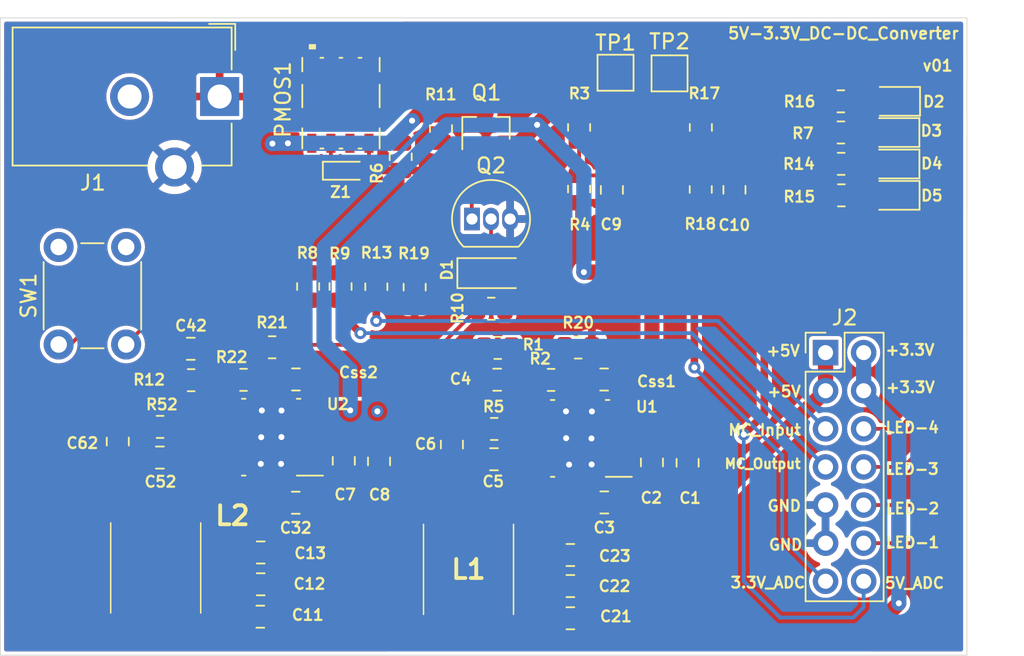
<source format=kicad_pcb>
(kicad_pcb (version 20210824) (generator pcbnew)
  (title_block (title "5V DC-DC Converter") (date "2021-08-08") (rev "v01") (comment 4 "Author : Harshit Sagar"))
  (layers (0 "F.Cu" signal) (31 "B.Cu" signal) (34 "B.Paste" user) (35 "F.Paste" user) (36 "B.SilkS" user "B.Silkscreen") (37 "F.SilkS" user "F.Silkscreen") (38 "B.Mask" user) (39 "F.Mask" user) (44 "Edge.Cuts" user))
  (net 0 "")
  (net 1 "GND")
  (net 2 "Net-(C3-Pad2)")
  (net 3 "Net-(C3-Pad1)")
  (net 4 "Net-(C4-Pad2)")
  (net 5 "Net-(C5-Pad1)")
  (net 6 "Net-(C6-Pad1)")
  (net 7 "Net-(Css1-Pad1)")
  (net 8 "Net-(Css2-Pad1)")
  (net 9 "Net-(D1-Pad1)")
  (net 10 "Net-(D1-Pad2)")
  (net 11 "Net-(J1-Pad1)")
  (net 12 "Net-(Q1-Pad2)")
  (net 13 "/Hold_Switch/SwPin2")
  (net 14 "Net-(D2-Pad2)")
  (net 15 "Net-(D3-Pad2)")
  (net 16 "Net-(D4-Pad2)")
  (net 17 "/MC_Output")
  (net 18 "/MC_Input")
  (net 19 "Net-(C32-Pad2)")
  (net 20 "Net-(C32-Pad1)")
  (net 21 "Net-(C42-Pad2)")
  (net 22 "Net-(C52-Pad1)")
  (net 23 "Net-(C62-Pad1)")
  (net 24 "+5V")
  (net 25 "+3.3V")
  (net 26 "Net-(D5-Pad2)")
  (net 27 "Net-(J2-Pad12)")
  (net 28 "Net-(J2-Pad10)")
  (net 29 "Net-(J2-Pad8)")
  (net 30 "Net-(J2-Pad6)")
  (net 31 "MC_M")
  (net 32 "3.3V_ADC")
  (net 33 "5V_ADC")
  (net 34 "/Hold_Switch/Input")
  (net 35 "Net-(R2-Pad2)")
  (net 36 "Net-(R21-Pad1)")
  (net 37 "Net-(R6-Pad1)")
  (footprint "Capacitor_SMD:C_0805_2012Metric" (layer "F.Cu") (at 136.2715 107.467 -90)
    (fp_text reference "C7")
    (fp_text value "10uF")
  )
  (footprint "Capacitor_SMD:C_0805_2012Metric" (layer "F.Cu") (at 138.6205 107.505 -90)
    (fp_text reference "C8")
    (fp_text value "10uF")
  )
  (footprint "Capacitor_SMD:C_0805_2012Metric" (layer "F.Cu") (at 124.0155 107.251)
    (fp_text reference "C52")
    (fp_text value "2.7nF")
  )
  (footprint "Capacitor_SMD:C_0805_2012Metric" (layer "F.Cu") (at 133.0705 110.261 180)
    (fp_text reference "C32")
    (fp_text value "100nF")
  )
  (footprint "Capacitor_SMD:C_0805_2012Metric" (layer "F.Cu") (at 121.2085 106.185 -90)
    (fp_text reference "C62")
    (fp_text value "56pF")
  )
  (footprint "Capacitor_SMD:C_0805_2012Metric" (layer "F.Cu") (at 126.0725 100)
    (fp_text reference "C42")
    (fp_text value "75pF")
  )
  (footprint "Capacitor_SMD:C_0805_2012Metric" (layer "F.Cu") (at 130.7085 117.856)
    (fp_text reference "C11")
    (fp_text value "22uF")
  )
  (footprint "Capacitor_SMD:C_0805_2012Metric" (layer "F.Cu") (at 130.7335 115.697)
    (fp_text reference "C12")
    (fp_text value "22uF")
  )
  (footprint "Capacitor_SMD:C_0805_2012Metric" (layer "F.Cu") (at 130.7335 113.576)
    (fp_text reference "C13")
    (fp_text value "22uF")
  )
  (footprint "Capacitor_SMD:C_0805_2012Metric" (layer "F.Cu") (at 133.0835 102.045 180)
    (fp_text reference "Css2")
    (fp_text value "100nF")
  )
  (footprint "Connector_BarrelJack:BarrelJack_CUI_PJ-102AH_Horizontal" (layer "F.Cu") (at 127.996 83.1875 -90)
    (fp_text reference "J1")
    (fp_text value "PJ-102AH")
  )
  (footprint "Resistor_SMD:R_0805_2012Metric" (layer "F.Cu") (at 124.0285 105.207 180)
    (fp_text reference "R52")
    (fp_text value "10.5k")
  )
  (footprint "Resistor_SMD:R_0805_2012Metric" (layer "F.Cu") (at 140.06576 87.20582 -90)
    (fp_text reference "R6")
    (fp_text value "1k")
  )
  (footprint "Resistor_SMD:R_0805_2012Metric" (layer "F.Cu") (at 129.5905 102.07)
    (fp_text reference "R22")
    (fp_text value "15k")
  )
  (footprint "Package_SO:SOIC-8-1EP_3.9x4.9mm_P1.27mm_EP2.95x4.9mm_Mask2.71x3.4mm" (layer "F.Cu") (at 131.4325 105.893 180)
    (fp_text reference "U2")
    (fp_text value "AP64501")
  )
  (footprint "Connector_PinHeader_2.54mm:PinHeader_2x07_P2.54mm_Vertical" (layer "F.Cu") (at 168.38156 100.25632)
    (fp_text reference "J2")
    (fp_text value "Conn_02x06_Counter_Clockwise")
  )
  (footprint "Resistor_SMD:R_0805_2012Metric" (layer "F.Cu") (at 160.06318 89.37942 -90)
    (fp_text reference "R18")
    (fp_text value "5k")
  )
  (footprint "5V_DC-DC_Converter:DMP3M4SPS-13_1" (layer "F.Cu") (at 136.04494 83.63458 90)
    (fp_text reference "PMOS1")
    (fp_text value "DMP34M4SPS-13")
  )
  (footprint "Capacitor_SMD:C_0805_2012Metric" (layer "F.Cu") (at 154.1399 89.41308 -90)
    (fp_text reference "C9")
    (fp_text value "0.1uF")
  )
  (footprint "Resistor_SMD:R_0805_2012Metric" (layer "F.Cu") (at 160.0708 85.24748 -90)
    (fp_text reference "R17")
    (fp_text value "10k")
  )
  (footprint "Resistor_SMD:R_0805_2012Metric" (layer "F.Cu") (at 151.9555 85.24748 -90)
    (fp_text reference "R3")
    (fp_text value "10k")
  )
  (footprint "Resistor_SMD:R_0805_2012Metric" (layer "F.Cu") (at 151.95296 89.35466 -90)
    (fp_text reference "R4")
    (fp_text value "3k")
  )
  (footprint "Resistor_SMD:R_0805_2012Metric" (layer "F.Cu") (at 146.10016 97.33026 180)
    (fp_text reference "R10")
    (fp_text value "10k")
  )
  (footprint "Resistor_SMD:R_0805_2012Metric" (layer "F.Cu") (at 142.75054 85.32114 90)
    (fp_text reference "R11")
    (fp_text value "100k")
  )
  (footprint "Resistor_SMD:R_0805_2012Metric" (layer "F.Cu") (at 133.89614 95.85196 90)
    (fp_text reference "R8")
    (fp_text value "150k")
  )
  (footprint "Resistor_SMD:R_0805_2012Metric" (layer "F.Cu") (at 136.05514 95.85196 -90)
    (fp_text reference "R9")
    (fp_text value "50k")
  )
  (footprint "Diode_SMD:D_SOD-123" (layer "F.Cu") (at 146.09064 94.9579)
    (fp_text reference "D1")
    (fp_text value "1N5819")
  )
  (footprint "Resistor_SMD:R_0805_2012Metric" (layer "F.Cu") (at 140.9954 95.89198 90)
    (fp_text reference "R19")
    (fp_text value "100k")
  )
  (footprint "Resistor_SMD:R_0805_2012Metric" (layer "F.Cu") (at 138.44016 95.86658 90)
    (fp_text reference "R13")
    (fp_text value "2k")
  )
  (footprint "Package_TO_SOT_THT:TO-92_Inline" (layer "F.Cu") (at 144.81556 91.3511)
    (fp_text reference "Q2")
    (fp_text value "BC547")
  )
  (footprint "5V_DC-DC_Converter:SW_PUSH_6mm" (layer "F.Cu") (at 117.26672 99.71532 90)
    (fp_text reference "SW1")
    (fp_text value "FSM4JAH")
  )
  (footprint "Capacitor_SMD:C_0805_2012Metric" (layer "F.Cu") (at 162.30854 89.40542 -90)
    (fp_text reference "C10")
    (fp_text value "0.1uF")
  )
  (footprint "LED_SMD:LED_0805_2012Metric" (layer "F.Cu") (at 172.94846 85.58526 180)
    (fp_text reference "D3")
    (fp_text value "LED")
  )
  (footprint "LED_SMD:LED_0805_2012Metric" (layer "F.Cu") (at 172.96194 89.77376 180)
    (fp_text reference "D5")
    (fp_text value "LED")
  )
  (footprint "LED_SMD:LED_0805_2012Metric" (layer "F.Cu") (at 172.99378 83.50738 180)
    (fp_text reference "D2")
    (fp_text value "LED")
  )
  (footprint "Resistor_SMD:R_0805_2012Metric" (layer "F.Cu") (at 169.43494 89.77376 180)
    (fp_text reference "R15")
    (fp_text value "100")
  )
  (footprint "Resistor_SMD:R_0805_2012Metric" (layer "F.Cu") (at 169.39978 83.50738 180)
    (fp_text reference "R16")
    (fp_text value "100")
  )
  (footprint "Resistor_SMD:R_0805_2012Metric" (layer "F.Cu") (at 169.40446 85.58276 180)
    (fp_text reference "R7")
    (fp_text value "100")
  )
  (footprint "LED_SMD:LED_0805_2012Metric" (layer "F.Cu") (at 172.9514 87.68588 180)
    (fp_text reference "D4")
    (fp_text value "LED")
  )
  (footprint "Resistor_SMD:R_0805_2012Metric" (layer "F.Cu") (at 169.4194 87.67318 180)
    (fp_text reference "R14")
    (fp_text value "100")
  )
  (footprint "Capacitor_SMD:C_0805_2012Metric" (layer "F.Cu") (at 159.18688 107.59948 -90)
    (fp_text reference "C1")
    (fp_text value "10uF")
  )
  (footprint "Resistor_SMD:R_0805_2012Metric" (layer "F.Cu") (at 131.4958 99.90074)
    (fp_text reference "R21")
    (fp_text value "0")
  )
  (footprint "TestPoint:TestPoint_Pad_2.0x2.0mm" (layer "F.Cu") (at 154.38374 81.60258)
    (fp_text reference "TP1")
    (fp_text value "TestPoint")
  )
  (footprint "TestPoint:TestPoint_Pad_2.0x2.0mm" (layer "F.Cu") (at 157.98292 81.64322)
    (fp_text reference "TP2")
    (fp_text value "TestPoint")
  )
  (footprint "5V_DC-DC_Converter:D_SOD-523" (layer "F.Cu") (at 136.1059 88.13292)
    (fp_text reference "Z1")
    (fp_text value "10.21V")
  )
  (footprint "5V_DC-DC_Converter:SOT-23" (layer "F.Cu") (at 145.75028 85.30844 90)
    (fp_text reference "Q1")
    (fp_text value "DMG2307L-7")
  )
  (footprint "5V_DC-DC_Converter:SRN6045TA330M" (layer "F.Cu") (at 123.7361 114.60498 180)
    (fp_text reference "L2")
    (fp_text value "3.3uH" hide)
  )
  (footprint "Resistor_SMD:R_0805_2012Metric" (layer "F.Cu") (at 126.0985 102.095)
    (fp_text reference "R12")
    (fp_text value "47k")
  )
  (footprint "Package_SO:SOIC-8-1EP_3.9x4.9mm_P1.27mm_EP2.95x4.9mm_Mask2.71x3.4mm" (layer "F.Cu") (at 152.02194 105.97424 180)
    (fp_text reference "U1")
    (fp_text value "AP64501")
  )
  (footprint "Resistor_SMD:R_0805_2012Metric" (layer "F.Cu") (at 146.29648 105.34392 180)
    (fp_text reference "R5")
    (fp_text value "15.8k")
  )
  (footprint "Resistor_SMD:R_0805_2012Metric" (layer "F.Cu") (at 146.53494 99.94124)
    (fp_text reference "R1")
    (fp_text value "110k")
  )
  (footprint "Capacitor_SMD:C_0805_2012Metric" (layer "F.Cu") (at 153.62194 102.04924 180)
    (fp_text reference "Css1")
    (fp_text value "100nF")
  )
  (footprint "Capacitor_SMD:C_0805_2012Metric" (layer "F.Cu") (at 143.47748 106.38492 -90)
    (fp_text reference "C6")
    (fp_text value "33pF")
  )
  (footprint "Capacitor_SMD:C_0805_2012Metric" (layer "F.Cu") (at 151.37394 113.74624)
    (fp_text reference "C23")
    (fp_text value "22uF")
  )
  (footprint "Capacitor_SMD:C_0805_2012Metric" (layer "F.Cu") (at 151.37394 115.81624)
    (fp_text reference "C22")
    (fp_text value "22uF")
  )
  (footprint "Resistor_SMD:R_0805_2012Metric" (layer "F.Cu") (at 150.09094 102.07524)
    (fp_text reference "R2")
    (fp_text value "20k")
  )
  (footprint "Capacitor_SMD:C_0805_2012Metric" (layer "F.Cu") (at 151.37394 117.96224)
    (fp_text reference "C21")
    (fp_text value "22uF")
  )
  (footprint "Capacitor_SMD:C_0805_2012Metric" (layer "F.Cu") (at 146.28348 107.36292)
    (fp_text reference "C5")
    (fp_text value "2.7nF")
  )
  (footprint "Capacitor_SMD:C_0805_2012Metric" (layer "F.Cu") (at 153.63494 110.24124 180)
    (fp_text reference "C3")
    (fp_text value "100nF")
  )
  (footprint "Resistor_SMD:R_0805_2012Metric" (layer "F.Cu") (at 151.89518 99.91598)
    (fp_text reference "R20")
    (fp_text value "0")
  )
  (footprint "Capacitor_SMD:C_0805_2012Metric" (layer "F.Cu") (at 146.49694 102.06224)
    (fp_text reference "C4")
    (fp_text value "47pF")
  )
  (footprint "Capacitor_SMD:C_0805_2012Metric" (layer "F.Cu") (at 156.80894 107.57424 -90)
    (fp_text reference "C2")
    (fp_text value "10uF")
  )
  (footprint "5V_DC-DC_Converter:SRN6045TA330M" (layer "F.Cu") (at 144.58442 114.70404 180)
    (fp_text reference "L1")
    (fp_text value "3.3uH" hide)
  )
  (gr_line (start 177.8 120.42394) (end 113.38306 120.42394) (angle 90) (layer "Edge.Cuts") (width 0.05))
  (gr_line (start 113.38306 120.42394) (end 113.3856 77.94752) (angle 90) (layer "Edge.Cuts") (width 0.05))
  (gr_line (start 177.80254 77.94752) (end 177.8 120.42394) (angle 90) (layer "Edge.Cuts") (width 0.05))
  (gr_line (start 113.3856 77.94752) (end 177.8 77.94752) (angle 90) (layer "Edge.Cuts") (width 0.05))
  (gr_text "+3.3V" (at 174.03318 102.56774) (layer "F.SilkS") (effects (font (size 0.7206 0.7206))))
  (gr_text "LED-4" (at 174.1551 105.25506) (layer "F.SilkS") (effects (font (size 0.7206 0.7206))))
  (gr_text "LED-3" (at 174.14494 108.01604) (layer "F.SilkS") (effects (font (size 0.7206 0.7206))))
  (gr_text "LED-2" (at 174.17796 110.65002) (layer "F.SilkS") (effects (font (size 0.7206 0.7206))))
  (gr_text "LED-1" (at 174.17796 112.90808) (layer "F.SilkS") (effects (font (size 0.7206 0.7206))))
  (gr_text "5V_ADC" (at 174.31004 115.61572) (layer "F.SilkS") (effects (font (size 0.7206 0.7206))))
  (gr_text "+5V" (at 165.55466 100.13442) (layer "F.SilkS") (effects (font (size 0.7206 0.7206))))
  (gr_text "+5V" (at 165.61816 102.85222) (layer "F.SilkS") (effects (font (size 0.7206 0.7206))))
  (gr_text "GND" (at 165.63086 110.47222) (layer "F.SilkS") (effects (font (size 0.7206 0.7206))))
  (gr_text "GND" (at 165.71976 113.06302) (layer "F.SilkS") (effects (font (size 0.7206 0.7206))))
  (gr_text "MC_Input" (at 164.32276 105.41) (layer "F.SilkS") (effects (font (size 0.7206 0.7206))))
  (gr_text "MC_Output" (at 164.18814 107.66552) (layer "F.SilkS") (effects (font (size 0.6444 0.6444))))
  (gr_text "3.3V_ADC" (at 164.53612 115.58778) (layer "F.SilkS") (effects (font (size 0.7206 0.7206))))
  (gr_text "v01" (at 175.85182 81.13014) (layer "F.SilkS") (effects (font (size 0.7366 0.7366))))
  (gr_text "5V-3.3V_DC-DC_Converter" (at 169.57294 78.97876) (layer "F.SilkS") (effects (font (size 0.762 0.762))))
  (gr_text "+3.3V" (at 174.00778 100.07854) (layer "F.SilkS") (effects (font (size 0.7206 0.7206))))
  (segment (start 152.67194 102.04924) (end 152.67194 105.32424) (width 0.254) (layer "F.Cu") (net 1))
  (segment (start 147.98716 106.60924) (end 149.45944 106.60924) (width 0.254) (layer "F.Cu") (net 1))
  (segment (start 130.13142 106.528) (end 130.76682 105.8926) (width 0.254) (layer "F.Cu") (net 1))
  (segment (start 132.4083 101.7702) (end 132.1335 102.045) (width 0.254) (layer "F.Cu") (net 1))
  (segment (start 152.67194 105.32424) (end 152.02194 105.97424) (width 0.254) (layer "F.Cu") (net 1))
  (segment (start 132.1335 105.192) (end 131.4325 105.893) (width 0.254) (layer "F.Cu") (net 1))
  (segment (start 128.87 106.528) (end 130.13142 106.528) (width 0.254) (layer "F.Cu") (net 1))
  (segment (start 152.80768 101.9135) (end 152.67194 102.04924) (width 0.254) (layer "F.Cu") (net 1))
  (segment (start 132.4083 99.90074) (end 132.4083 101.7702) (width 0.254) (layer "F.Cu") (net 1))
  (segment (start 132.1335 102.045) (end 132.1335 105.192) (width 0.254) (layer "F.Cu") (net 1))
  (segment (start 152.80768 99.91598) (end 152.80768 101.9135) (width 0.254) (layer "F.Cu") (net 1))
  (segment (start 147.23348 107.36292) (end 147.98716 106.60924) (width 0.254) (layer "F.Cu") (net 1))
  (segment (start 150.4413 106.60924) (end 151.0919 105.95864) (width 0.254) (layer "F.Cu") (net 1))
  (segment (start 149.45944 106.60924) (end 150.4413 106.60924) (width 0.254) (layer "F.Cu") (net 1))
  (via (at 152.79116 107.7087) (size 0.8) (drill 0.4) (layers "F.Cu" "B.Cu") (net 1))
  (via (at 151.28748 107.71886) (size 0.8) (drill 0.4) (layers "F.Cu" "B.Cu") (net 1))
  (via (at 152.80894 104.1781) (size 0.8) (drill 0.4) (layers "F.Cu" "B.Cu") (net 1))
  (via (at 152.781 105.97642) (size 0.8) (drill 0.4) (layers "F.Cu" "B.Cu") (net 1))
  (via (at 151.08174 104.17048) (size 0.8) (drill 0.4) (layers "F.Cu" "B.Cu") (net 1))
  (via (at 151.0919 105.95864) (size 0.8) (drill 0.4) (layers "F.Cu" "B.Cu") (net 1))
  (via (at 132.11556 105.88498) (size 0.8) (drill 0.4) (layers "F.Cu" "B.Cu") (net 1))
  (via (at 132.12064 104.11714) (size 0.8) (drill 0.4) (layers "F.Cu" "B.Cu") (net 1))
  (via (at 132.09016 107.67314) (size 0.8) (drill 0.4) (layers "F.Cu" "B.Cu") (net 1))
  (via (at 130.74142 107.67314) (size 0.8) (drill 0.4) (layers "F.Cu" "B.Cu") (net 1))
  (via (at 130.81 104.11206) (size 0.8) (drill 0.4) (layers "F.Cu" "B.Cu") (net 1))
  (via (at 130.76682 105.8926) (size 0.8) (drill 0.4) (layers "F.Cu" "B.Cu") (net 1))
  (segment (start 149.81444 110.24124) (end 152.68494 110.24124) (width 1.016) (layer "F.Cu") (net 2))
  (segment (start 146.97222 110.24124) (end 149.81444 110.24124) (width 1.016) (layer "F.Cu") (net 2))
  (segment (start 149.45944 109.88624) (end 149.81444 110.24124) (width 1.016) (layer "F.Cu") (net 2))
  (segment (start 144.58442 112.62904) (end 146.97222 110.24124) (width 1.016) (layer "F.Cu") (net 2))
  (segment (start 149.45944 107.87924) (end 149.45944 109.88624) (width 1.016) (layer "F.Cu") (net 2))
  (segment (start 154.58444 107.87924) (end 154.58394 107.87924) (width 0.508) (layer "F.Cu") (net 3))
  (segment (start 154.58444 110.24074) (end 154.58494 110.24124) (width 0.254) (layer "F.Cu") (net 3))
  (segment (start 154.58444 107.87924) (end 154.58444 110.24074) (width 0.254) (layer "F.Cu") (net 3))
  (segment (start 147.45994 102.07524) (end 147.44694 102.06224) (width 0.508) (layer "F.Cu") (net 4))
  (segment (start 149.17844 102.07524) (end 147.45994 102.07524) (width 0.508) (layer "F.Cu") (net 4))
  (segment (start 147.44694 102.06224) (end 147.44694 99.94224) (width 0.508) (layer "F.Cu") (net 4))
  (segment (start 147.44744 99.94174) (end 147.44794 99.94124) (width 0.508) (layer "F.Cu") (net 4))
  (segment (start 149.45944 103.21274) (end 149.45944 104.06924) (width 0.254) (layer "F.Cu") (net 4))
  (segment (start 147.44694 99.94224) (end 147.44744 99.94174) (width 0.508) (layer "F.Cu") (net 4))
  (segment (start 149.45894 104.06924) (end 149.45894 103.21224) (width 0.508) (layer "F.Cu") (net 4))
  (segment (start 149.45894 102.35524) (end 149.17894 102.07524) (width 0.508) (layer "F.Cu") (net 4))
  (segment (start 149.45894 103.21224) (end 149.45894 102.35524) (width 0.508) (layer "F.Cu") (net 4))
  (segment (start 149.45894 103.21224) (end 149.45944 103.21274) (width 0.254) (layer "F.Cu") (net 4))
  (segment (start 147.44744 99.94174) (end 147.44744 99.94124) (width 0.254) (layer "F.Cu") (net 4))
  (segment (start 149.17894 102.07524) (end 149.17844 102.07524) (width 0.508) (layer "F.Cu") (net 4))
  (segment (start 145.38348 105.34392) (end 145.38348 106.32842) (width 0.508) (layer "F.Cu") (net 5))
  (segment (start 145.38348 106.32842) (end 145.38398 106.32792) (width 0.254) (layer "F.Cu") (net 5))
  (segment (start 145.38348 107.31292) (end 145.33348 107.36292) (width 0.508) (layer "F.Cu") (net 5))
  (segment (start 145.38348 106.32842) (end 145.38348 107.31292) (width 0.508) (layer "F.Cu") (net 5))
  (segment (start 145.38398 106.32792) (end 145.38398 105.34392) (width 0.254) (layer "F.Cu") (net 5))
  (segment (start 147.20848 105.34392) (end 147.20898 105.34392) (width 0.508) (layer "F.Cu") (net 6))
  (segment (start 149.45894 105.33924) (end 149.45944 105.33924) (width 0.254) (layer "F.Cu") (net 6))
  (segment (start 147.20898 105.34392) (end 149.45476 105.34392) (width 0.254) (layer "F.Cu") (net 6))
  (segment (start 149.45476 105.34392) (end 149.45944 105.33924) (width 0.254) (layer "F.Cu") (net 6))
  (segment (start 149.43444 105.36424) (end 149.45944 105.33924) (width 0.254) (layer "F.Cu") (net 6))
  (segment (start 143.47748 103.74072) (end 143.71066 103.50754) (width 0.254) (layer "F.Cu") (net 6))
  (segment (start 143.47748 105.43492) (end 143.47748 103.74072) (width 0.254) (layer "F.Cu") (net 6))
  (segment (start 145.3726 103.50754) (end 147.20898 105.34392) (width 0.254) (layer "F.Cu") (net 6))
  (segment (start 143.71066 103.50754) (end 145.3726 103.50754) (width 0.254) (layer "F.Cu") (net 6))
  (segment (start 154.58394 102.06224) (end 154.57194 102.04924) (width 0.508) (layer "F.Cu") (net 7))
  (segment (start 154.57194 104.05674) (end 154.58444 104.06924) (width 0.254) (layer "F.Cu") (net 7))
  (segment (start 154.57194 102.04924) (end 154.57194 104.05674) (width 0.254) (layer "F.Cu") (net 7))
  (segment (start 134.0335 103.9495) (end 133.995 103.988) (width 0.254) (layer "F.Cu") (net 8))
  (segment (start 134.0335 102.045) (end 134.0335 103.9495) (width 0.254) (layer "F.Cu") (net 8))
  (segment (start 146.08556 93.31298) (end 144.44064 94.9579) (width 0.254) (layer "F.Cu") (net 9))
  (segment (start 140.9954 94.97948) (end 138.46556 94.97948) (width 0.254) (layer "F.Cu") (net 9))
  (segment (start 141.01698 94.9579) (end 140.9954 94.97948) (width 0.254) (layer "F.Cu") (net 9))
  (segment (start 146.08556 91.3511) (end 146.08556 93.31298) (width 0.254) (layer "F.Cu") (net 9))
  (segment (start 138.46556 94.97948) (end 138.44016 94.95408) (width 0.254) (layer "F.Cu") (net 9))
  (segment (start 144.44064 94.9579) (end 141.01698 94.9579) (width 0.254) (layer "F.Cu") (net 9))
  (segment (start 147.74064 94.9579) (end 147.74064 96.60228) (width 0.254) (layer "F.Cu") (net 10))
  (segment (start 147.74064 96.60228) (end 147.01266 97.33026) (width 0.254) (layer "F.Cu") (net 10))
  (segment (start 133.6294 84.37372) (end 134.6158 84.37372) (width 0.254) (layer "F.Cu") (net 11))
  (segment (start 134.13994 80.83958) (end 134.13994 81.03958) (width 0.254) (layer "F.Cu") (net 11))
  (segment (start 136.67994 82.30958) (end 136.04494 82.94458) (width 0.254) (layer "F.Cu") (net 11))
  (segment (start 137.94994 81.03958) (end 136.04494 82.94458) (width 0.254) (layer "F.Cu") (net 11))
  (segment (start 134.6158 84.37372) (end 136.04494 82.94458) (width 0.254) (layer "F.Cu") (net 11))
  (segment (start 138.47064 81.94364) (end 137.04588 81.94364) (width 0.254) (layer "F.Cu") (net 11))
  (segment (start 137.94994 80.83958) (end 137.94994 81.03958) (width 0.254) (layer "F.Cu") (net 11))
  (segment (start 138.4681 84.36898) (end 137.46934 84.36898) (width 0.254) (layer "F.Cu") (net 11))
  (segment (start 135.40994 82.30958) (end 136.04494 82.94458) (width 0.254) (layer "F.Cu") (net 11))
  (segment (start 135.40994 80.83958) (end 135.40994 82.30958) (width 0.254) (layer "F.Cu") (net 11))
  (segment (start 134.13994 81.03958) (end 136.04494 82.94458) (width 0.254) (layer "F.Cu") (net 11))
  (segment (start 133.62686 81.91952) (end 135.01988 81.91952) (width 0.254) (layer "F.Cu") (net 11))
  (segment (start 137.46934 84.36898) (end 136.04494 82.94458) (width 0.254) (layer "F.Cu") (net 11))
  (segment (start 135.01988 81.91952) (end 136.04494 82.94458) (width 0.254) (layer "F.Cu") (net 11))
  (segment (start 136.67994 80.83958) (end 136.67994 82.30958) (width 0.254) (layer "F.Cu") (net 11))
  (segment (start 137.04588 81.94364) (end 136.04494 82.94458) (width 0.254) (layer "F.Cu") (net 11))
  (segment (start 144.72548 86.23364) (end 144.80028 86.30844) (width 0.254) (layer "F.Cu") (net 12))
  (segment (start 144.80028 91.33582) (end 144.81556 91.3511) (width 0.254) (layer "F.Cu") (net 12))
  (segment (start 142.75054 86.23364) (end 144.72548 86.23364) (width 0.254) (layer "F.Cu") (net 12))
  (segment (start 144.80028 86.30844) (end 144.80028 91.33582) (width 0.254) (layer "F.Cu") (net 12))
  (segment (start 134.169101 99.739401) (end 132.30032 97.87062) (width 0.254) (layer "F.Cu") (net 13))
  (segment (start 145.18766 97.33026) (end 142.778519 99.739401) (width 0.254) (layer "F.Cu") (net 13))
  (segment (start 132.30032 94.93946) (end 126.54258 94.93946) (width 0.254) (layer "F.Cu") (net 13))
  (segment (start 133.91642 94.91918) (end 133.89614 94.93946) (width 1.016) (layer "F.Cu") (net 13))
  (segment (start 132.30032 97.87062) (end 132.30032 94.93946) (width 0.254) (layer "F.Cu") (net 13))
  (segment (start 126.54258 94.93946) (end 121.76672 99.71532) (width 0.254) (layer "F.Cu") (net 13))
  (segment (start 133.89614 94.93946) (end 132.30032 94.93946) (width 0.254) (layer "F.Cu") (net 13))
  (segment (start 142.778519 99.739401) (end 134.169101 99.739401) (width 0.254) (layer "F.Cu") (net 13))
  (segment (start 133.43702 94.93946) (end 133.89614 94.93946) (width 0.254) (layer "F.Cu") (net 13))
  (segment (start 172.05678 83.50738) (end 172.05628 83.50738) (width 0.254) (layer "F.Cu") (net 14))
  (segment (start 170.31228 83.50738) (end 170.31178 83.50738) (width 0.254) (layer "F.Cu") (net 14))
  (segment (start 170.31228 83.50738) (end 172.05628 83.50738) (width 0.254) (layer "F.Cu") (net 14))
  (segment (start 170.31696 85.58276) (end 172.00846 85.58276) (width 0.254) (layer "F.Cu") (net 15))
  (segment (start 172.00846 85.58276) (end 172.01096 85.58526) (width 0.254) (layer "F.Cu") (net 15))
  (segment (start 172.0012 87.67318) (end 172.0139 87.68588) (width 0.254) (layer "F.Cu") (net 16))
  (segment (start 170.3319 87.67318) (end 172.0012 87.67318) (width 0.254) (layer "F.Cu") (net 16))
  (segment (start 138.44016 98.14052) (end 138.43508 98.1456) (width 0.508) (layer "F.Cu") (net 17))
  (segment (start 138.44016 96.77908) (end 138.44016 98.14052) (width 0.508) (layer "F.Cu") (net 17))
  (via (at 138.43508 98.1456) (size 0.8) (drill 0.4) (layers "F.Cu" "B.Cu") (net 17))
  (segment (start 168.38156 105.33632) (end 161.19084 98.1456) (width 0.254) (layer "B.Cu") (net 17))
  (segment (start 161.19084 98.1456) (end 138.43508 98.1456) (width 0.254) (layer "B.Cu") (net 17))
  (segment (start 136.05514 96.76446) (end 136.05514 97.6351) (width 0.508) (layer "F.Cu") (net 18))
  (segment (start 136.05514 96.76446) (end 136.10414 96.71556) (width 0.4572) (layer "F.Cu") (net 18))
  (segment (start 133.89614 96.76446) (end 136.05514 96.76446) (width 0.254) (layer "F.Cu") (net 18))
  (segment (start 136.05514 97.6351) (end 137.37844 98.9584) (width 0.508) (layer "F.Cu") (net 18))
  (via (at 137.37844 98.9584) (size 0.8) (drill 0.4) (layers "F.Cu" "B.Cu") (net 18))
  (segment (start 168.38156 107.87632) (end 159.46364 98.9584) (width 0.254) (layer "B.Cu") (net 18))
  (segment (start 159.46364 98.9584) (end 137.37844 98.9584) (width 0.254) (layer "B.Cu") (net 18))
  (segment (start 123.7361 112.52998) (end 126.00508 110.261) (width 1.016) (layer "F.Cu") (net 19))
  (segment (start 126.00508 110.261) (end 129.18908 110.261) (width 1.016) (layer "F.Cu") (net 19))
  (segment (start 128.87 107.798) (end 128.87 109.94192) (width 1.016) (layer "F.Cu") (net 19))
  (segment (start 129.18908 110.261) (end 132.1205 110.261) (width 1.016) (layer "F.Cu") (net 19))
  (segment (start 128.87 109.94192) (end 129.18908 110.261) (width 1.016) (layer "F.Cu") (net 19))
  (segment (start 133.995 110.2355) (end 134.0205 110.261) (width 0.254) (layer "F.Cu") (net 20))
  (segment (start 134.0075 107.8105) (end 133.9945 107.798) (width 0.508) (layer "F.Cu") (net 20))
  (segment (start 134.0075 107.8105) (end 133.995 107.798) (width 0.254) (layer "F.Cu") (net 20))
  (segment (start 133.995 107.798) (end 133.995 110.2355) (width 0.254) (layer "F.Cu") (net 20))
  (segment (start 127.011 102.095) (end 128.653 102.095) (width 0.254) (layer "F.Cu") (net 21))
  (segment (start 127.0225 100) (end 127.0225 102.0835) (width 0.254) (layer "F.Cu") (net 21))
  (segment (start 127.0235 102.0825) (end 127.011 102.095) (width 0.254) (layer "F.Cu") (net 21))
  (segment (start 128.678 102.07) (end 128.678 103.796) (width 0.254) (layer "F.Cu") (net 21))
  (segment (start 127.0235 102.0825) (end 127.0105 102.095) (width 0.508) (layer "F.Cu") (net 21))
  (segment (start 128.653 102.095) (end 128.678 102.07) (width 0.254) (layer "F.Cu") (net 21))
  (segment (start 128.678 103.796) (end 128.87 103.988) (width 0.254) (layer "F.Cu") (net 21))
  (segment (start 127.0225 102.0835) (end 127.011 102.095) (width 0.254) (layer "F.Cu") (net 21))
  (segment (start 123.0905 105.232) (end 123.091 105.232) (width 0.254) (layer "F.Cu") (net 22))
  (segment (start 123.116 105.207) (end 123.116 107.2005) (width 0.254) (layer "F.Cu") (net 22))
  (segment (start 123.116 107.2005) (end 123.0655 107.251) (width 0.254) (layer "F.Cu") (net 22))
  (segment (start 123.091 105.232) (end 123.116 105.207) (width 0.254) (layer "F.Cu") (net 22))
  (segment (start 123.0905 105.232) (end 123.1155 105.207) (width 0.508) (layer "F.Cu") (net 22))
  (segment (start 121.97588 103.6447) (end 123.3787 103.6447) (width 0.254) (layer "F.Cu") (net 23))
  (segment (start 128.819 105.207) (end 128.87 105.258) (width 0.254) (layer "F.Cu") (net 23))
  (segment (start 124.941 105.2075) (end 124.941 105.207) (width 0.254) (layer "F.Cu") (net 23))
  (segment (start 124.941 105.207) (end 128.819 105.207) (width 0.254) (layer "F.Cu") (net 23))
  (segment (start 121.2085 104.41208) (end 121.97588 103.6447) (width 0.254) (layer "F.Cu") (net 23))
  (segment (start 124.941 105.2075) (end 124.9405 105.207) (width 0.508) (layer "F.Cu") (net 23))
  (segment (start 121.2085 105.235) (end 121.2085 104.41208) (width 0.254) (layer "F.Cu") (net 23))
  (segment (start 123.3787 103.6447) (end 124.941 105.207) (width 0.254) (layer "F.Cu") (net 23))
  (segment (start 145.62294 99.94124) (end 145.62294 100.96374) (width 0.508) (layer "F.Cu") (net 24))
  (segment (start 145.62294 101.98624) (end 145.54694 102.06224) (width 0.508) (layer "F.Cu") (net 24))
  (segment (start 145.62244 100.96324) (end 145.62244 99.94124) (width 0.254) (layer "F.Cu") (net 24))
  (segment (start 145.62294 100.96374) (end 145.62244 100.96324) (width 0.254) (layer "F.Cu") (net 24))
  (segment (start 145.62294 100.96374) (end 145.62294 101.98624) (width 0.508) (layer "F.Cu") (net 24))
  (segment (start 149.46114 116.77904) (end 150.42394 115.81624) (width 1.016) (layer "F.Cu") (net 24))
  (segment (start 150.42394 115.81624) (end 150.42394 117.96224) (width 1.016) (layer "F.Cu") (net 24))
  (segment (start 150.42394 113.74624) (end 150.42394 115.81624) (width 1.016) (layer "F.Cu") (net 24))
  (segment (start 144.58442 116.77904) (end 141.78042 116.77904) (width 1.016) (layer "F.Cu") (net 24))
  (segment (start 150.42394 113.74624) (end 150.42394 113.02124) (width 1.016) (layer "F.Cu") (net 24))
  (segment (start 144.58442 116.77904) (end 149.46114 116.77904) (width 1.016) (layer "F.Cu") (net 24))
  (segment (start 168.38156 102.79632) (end 168.38156 100.25632) (width 1.016) (layer "F.Cu") (net 24))
  (segment (start 141.78042 116.77904) (end 140.73378 115.7324) (width 1.016) (layer "F.Cu") (net 24))
  (segment (start 140.73378 115.7324) (end 140.73378 104.34574) (width 1.016) (layer "F.Cu") (net 24))
  (segment (start 151.46928 111.9759) (end 159.20198 111.9759) (width 1.016) (layer "F.Cu") (net 24))
  (segment (start 140.73378 104.34574) (end 143.01728 102.06224) (width 1.016) (layer "F.Cu") (net 24))
  (segment (start 159.20198 111.9759) (end 168.38156 102.79632) (width 1.016) (layer "F.Cu") (net 24))
  (segment (start 150.42394 113.02124) (end 151.46928 111.9759) (width 1.016) (layer "F.Cu") (net 24))
  (segment (start 143.01728 102.06224) (end 145.54694 102.06224) (width 1.016) (layer "F.Cu") (net 24))
  (segment (start 132.44576 111.99876) (end 140.08393 119.63693) (width 1.016) (layer "F.Cu") (net 25))
  (segment (start 130.51282 111.99876) (end 132.44576 111.99876) (width 1.016) (layer "F.Cu") (net 25))
  (segment (start 170.58601 119.63693) (end 173.26356 116.95938) (width 1.016) (layer "F.Cu") (net 25))
  (segment (start 119.27078 104.29748) (end 121.47326 102.095) (width 1.016) (layer "F.Cu") (net 25))
  (segment (start 129.7835 113.576) (end 129.7835 112.72808) (width 1.016) (layer "F.Cu") (net 25))
  (segment (start 125.154 102.0635) (end 125.1545 102.0635) (width 0.254) (layer "F.Cu") (net 25))
  (segment (start 125.154 102.0635) (end 125.1855 102.095) (width 0.508) (layer "F.Cu") (net 25))
  (segment (start 129.7835 115.697) (end 129.7835 113.576) (width 1.016) (layer "F.Cu") (net 25))
  (segment (start 119.27078 115.78066) (end 119.27078 104.29748) (width 1.016) (layer "F.Cu") (net 25))
  (segment (start 123.7361 116.67998) (end 120.1701 116.67998) (width 1.016) (layer "F.Cu") (net 25))
  (segment (start 121.47326 102.095) (end 125.186 102.095) (width 1.016) (layer "F.Cu") (net 25))
  (segment (start 120.1701 116.67998) (end 119.27078 115.78066) (width 1.016) (layer "F.Cu") (net 25))
  (segment (start 123.7361 116.67998) (end 128.80052 116.67998) (width 1.016) (layer "F.Cu") (net 25))
  (segment (start 125.1225 100) (end 125.1225 102.0315) (width 0.254) (layer "F.Cu") (net 25))
  (segment (start 129.7835 112.72808) (end 130.51282 111.99876) (width 1.016) (layer "F.Cu") (net 25))
  (segment (start 129.7585 115.722) (end 129.7835 115.697) (width 0.254) (layer "F.Cu") (net 25))
  (segment (start 125.1225 102.0315) (end 125.186 102.095) (width 0.254) (layer "F.Cu") (net 25))
  (segment (start 128.80052 116.67998) (end 129.7835 115.697) (width 1.016) (layer "F.Cu") (net 25))
  (segment (start 129.7585 117.856) (end 129.7585 115.722) (width 1.016) (layer "F.Cu") (net 25))
  (segment (start 125.1545 102.0635) (end 125.186 102.095) (width 0.254) (layer "F.Cu") (net 25))
  (segment (start 140.08393 119.63693) (end 170.58601 119.63693) (width 1.016) (layer "F.Cu") (net 25))
  (via (at 173.26356 116.95938) (size 0.8) (drill 0.4) (layers "F.Cu" "B.Cu") (net 25))
  (segment (start 170.92156 102.79632) (end 170.92156 100.25632) (width 1.016) (layer "B.Cu") (net 25))
  (segment (start 173.26356 105.292558) (end 170.92156 102.950558) (width 1.016) (layer "B.Cu") (net 25))
  (segment (start 170.92156 102.950558) (end 170.92156 102.79632) (width 1.016) (layer "B.Cu") (net 25))
  (segment (start 173.26356 116.95938) (end 173.26356 105.292558) (width 1.016) (layer "B.Cu") (net 25))
  (segment (start 170.34744 89.77376) (end 172.02444 89.77376) (width 0.254) (layer "F.Cu") (net 26))
  (segment (start 176.43094 110.9726) (end 174.44722 112.95632) (width 0.254) (layer "F.Cu") (net 27))
  (segment (start 176.43094 94.21114) (end 176.43094 110.9726) (width 0.254) (layer "F.Cu") (net 27))
  (segment (start 174.44722 112.95632) (end 170.92156 112.95632) (width 0.254) (layer "F.Cu") (net 27))
  (segment (start 174.64024 92.42044) (end 176.43094 94.21114) (width 0.254) (layer "F.Cu") (net 27))
  (segment (start 168.52244 90.86448) (end 170.0784 92.42044) (width 0.254) (layer "F.Cu") (net 27))
  (segment (start 170.0784 92.42044) (end 174.64024 92.42044) (width 0.254) (layer "F.Cu") (net 27))
  (segment (start 168.52244 89.77376) (end 168.52244 90.86448) (width 0.254) (layer "F.Cu") (net 27))
  (segment (start 168.014431 91.072751) (end 167.513 90.57132) (width 0.254) (layer "F.Cu") (net 28))
  (segment (start 175.83912 109.3089) (end 175.83912 94.37624) (width 0.254) (layer "F.Cu") (net 28))
  (segment (start 169.867976 92.92845) (end 168.014431 91.074905) (width 0.254) (layer "F.Cu") (net 28))
  (segment (start 167.513 90.57132) (end 167.513 88.66708) (width 0.254) (layer "F.Cu") (net 28))
  (segment (start 168.014431 91.074905) (end 168.014431 91.072751) (width 0.254) (layer "F.Cu") (net 28))
  (segment (start 174.39133 92.92845) (end 169.867976 92.92845) (width 0.254) (layer "F.Cu") (net 28))
  (segment (start 174.7317 110.41632) (end 175.83912 109.3089) (width 0.254) (layer "F.Cu") (net 28))
  (segment (start 167.513 88.66708) (end 167.62893 88.55115) (width 0.254) (layer "F.Cu") (net 28))
  (segment (start 167.62893 88.55115) (end 168.5069 87.67318) (width 0.254) (layer "F.Cu") (net 28))
  (segment (start 175.83912 94.37624) (end 174.39133 92.92845) (width 0.254) (layer "F.Cu") (net 28))
  (segment (start 170.92156 110.41632) (end 174.7317 110.41632) (width 0.254) (layer "F.Cu") (net 28))
  (segment (start 175.13554 106.30408) (end 175.13554 94.46006) (width 0.254) (layer "F.Cu") (net 29))
  (segment (start 169.51962 93.43646) (end 166.911031 90.827871) (width 0.254) (layer "F.Cu") (net 29))
  (segment (start 166.911031 90.827871) (end 166.911031 87.163689) (width 0.254) (layer "F.Cu") (net 29))
  (segment (start 174.11194 93.43646) (end 169.51962 93.43646) (width 0.254) (layer "F.Cu") (net 29))
  (segment (start 173.5633 107.87632) (end 175.13554 106.30408) (width 0.254) (layer "F.Cu") (net 29))
  (segment (start 175.13554 94.46006) (end 174.11194 93.43646) (width 0.254) (layer "F.Cu") (net 29))
  (segment (start 170.92156 107.87632) (end 173.5633 107.87632) (width 0.254) (layer "F.Cu") (net 29))
  (segment (start 166.911031 87.163689) (end 168.49196 85.58276) (width 0.254) (layer "F.Cu") (net 29))
  (segment (start 169.31132 93.9546) (end 173.89094 93.9546) (width 0.254) (layer "F.Cu") (net 30))
  (segment (start 168.48728 83.50738) (end 166.40302 85.59164) (width 0.254) (layer "F.Cu") (net 30))
  (segment (start 166.40302 91.0463) (end 169.31132 93.9546) (width 0.254) (layer "F.Cu") (net 30))
  (segment (start 173.23818 105.33632) (end 170.92156 105.33632) (width 0.254) (layer "F.Cu") (net 30))
  (segment (start 174.47514 94.5388) (end 174.47514 104.09936) (width 0.254) (layer "F.Cu") (net 30))
  (segment (start 174.47514 104.09936) (end 173.23818 105.33632) (width 0.254) (layer "F.Cu") (net 30))
  (segment (start 166.40302 85.59164) (end 166.40302 91.0463) (width 0.254) (layer "F.Cu") (net 30))
  (segment (start 173.89094 93.9546) (end 174.47514 94.5388) (width 0.254) (layer "F.Cu") (net 30))
  (segment (start 152.273 94.89186) (end 152.273 94.89186) (width 1.016) (layer "F.Cu") (net 31))
  (segment (start 151.9555 84.33498) (end 151.9555 84.555094) (width 0.254) (layer "F.Cu") (net 31))
  (segment (start 156.80894 106.62424) (end 156.80894 97.03512) (width 1.016) (layer "F.Cu") (net 31))
  (segment (start 151.9555 84.33498) (end 149.8962 84.33498) (width 1.016) (layer "F.Cu") (net 31))
  (segment (start 156.79394 106.60924) (end 156.80894 106.62424) (width 0.254) (layer "F.Cu") (net 31))
  (segment (start 160.0708 84.33498) (end 157.06026 84.33498) (width 0.254) (layer "F.Cu") (net 31))
  (segment (start 147.92274 86.30844) (end 149.15642 85.07476) (width 1.016) (layer "F.Cu") (net 31))
  (segment (start 154.3431 81.94802) (end 154.3431 81.61782) (width 1.016) (layer "F.Cu") (net 31))
  (segment (start 136.2605 106.528) (end 136.2715 106.517) (width 0.254) (layer "F.Cu") (net 31))
  (segment (start 133.995 106.528) (end 136.2605 106.528) (width 0.254) (layer "F.Cu") (net 31))
  (segment (start 136.2715 106.517) (end 138.5825 106.517) (width 0.254) (layer "F.Cu") (net 31))
  (segment (start 154.58444 106.60924) (end 156.79394 106.60924) (width 0.254) (layer "F.Cu") (net 31))
  (segment (start 146.70028 86.30844) (end 147.92274 86.30844) (width 1.016) (layer "F.Cu") (net 31))
  (segment (start 147.50974 86.30844) (end 146.70028 86.30844) (width 1.016) (layer "F.Cu") (net 31))
  (segment (start 159.16164 106.62424) (end 159.18688 106.64948) (width 0.254) (layer "F.Cu") (net 31))
  (segment (start 151.9555 84.33498) (end 151.95614 84.33498) (width 1.016) (layer "F.Cu") (net 31))
  (segment (start 133.995 105.258) (end 133.995 106.528) (width 0.254) (layer "F.Cu") (net 31))
  (segment (start 151.95614 84.33498) (end 154.3431 81.94802) (width 1.016) (layer "F.Cu") (net 31))
  (segment (start 151.9555 84.33498) (end 151.9555 84.00542) (width 0.254) (layer "F.Cu") (net 31))
  (segment (start 156.80894 97.03512) (end 154.66568 94.89186) (width 1.016) (layer "F.Cu") (net 31))
  (segment (start 154.58444 106.60924) (end 154.58444 105.33924) (width 0.254) (layer "F.Cu") (net 31))
  (segment (start 138.5825 106.517) (end 138.6205 106.555) (width 0.254) (layer "F.Cu") (net 31))
  (segment (start 154.66568 94.89186) (end 152.273 94.89186) (width 1.016) (layer "F.Cu") (net 31))
  (segment (start 149.8962 84.33498) (end 149.15642 85.07476) (width 1.016) (layer "F.Cu") (net 31))
  (segment (start 157.06026 84.33498) (end 154.3431 81.61782) (width 0.254) (layer "F.Cu") (net 31))
  (segment (start 156.80894 106.62424) (end 159.16164 106.62424) (width 0.254) (layer "F.Cu") (net 31))
  (via (at 149.15642 85.07476) (size 0.8) (drill 0.4) (layers "F.Cu" "B.Cu") (net 31))
  (via (at 138.50874 104.17048) (size 0.8) (drill 0.4) (layers "F.Cu" "B.Cu") (net 31))
  (via (at 152.273 94.89186) (size 0.8) (drill 0.4) (layers "F.Cu" "B.Cu") (net 31))
  (via (at 136.70026 104.10444) (size 0.8) (drill 0.4) (layers "F.Cu" "B.Cu") (net 31))
  (segment (start 149.15642 85.07476) (end 149.15642 85.07476) (width 1.016) (layer "B.Cu") (net 31))
  (segment (start 136.70026 104.10444) (end 136.70026 101.41712) (width 1.016) (layer "B.Cu") (net 31))
  (segment (start 136.70026 101.41712) (end 134.95528 99.67214) (width 1.016) (layer "B.Cu") (net 31))
  (segment (start 143.14932 85.07476) (end 149.15642 85.07476) (width 1.016) (layer "B.Cu") (net 31))
  (segment (start 152.273 88.19134) (end 149.15642 85.07476) (width 1.016) (layer "B.Cu") (net 31))
  (segment (start 134.95528 99.67214) (end 134.95528 93.2688) (width 1.016) (layer "B.Cu") (net 31))
  (segment (start 134.95528 93.2688) (end 143.14932 85.07476) (width 1.016) (layer "B.Cu") (net 31))
  (segment (start 152.273 94.89186) (end 152.273 88.19134) (width 1.016) (layer "B.Cu") (net 31))
  (segment (start 159.63646 93.95964) (end 159.63646 101.24694) (width 0.508) (layer "F.Cu") (net 32))
  (segment (start 151.9555 88.43962) (end 151.95296 88.44216) (width 0.254) (layer "F.Cu") (net 32))
  (segment (start 154.1399 88.46308) (end 159.63646 93.95964) (width 0.508) (layer "F.Cu") (net 32))
  (segment (start 154.11898 88.44216) (end 154.1399 88.46308) (width 0.254) (layer "F.Cu") (net 32))
  (segment (start 151.95296 88.44216) (end 154.11898 88.44216) (width 0.254) (layer "F.Cu") (net 32))
  (segment (start 151.9555 86.15998) (end 151.9555 88.43962) (width 0.254) (layer "F.Cu") (net 32))
  (via (at 159.63646 101.24694) (size 0.8) (drill 0.4) (layers "F.Cu" "B.Cu") (net 32))
  (segment (start 160.036459 101.646939) (end 159.63646 101.24694) (width 0.254) (layer "B.Cu") (net 32))
  (segment (start 165.4937 112.60846) (end 165.4937 107.10418) (width 0.254) (layer "B.Cu") (net 32))
  (segment (start 165.4937 107.10418) (end 160.036459 101.646939) (width 0.254) (layer "B.Cu") (net 32))
  (segment (start 168.38156 115.49632) (end 165.4937 112.60846) (width 0.254) (layer "B.Cu") (net 32))
  (segment (start 162.30854 88.45542) (end 160.07468 88.45542) (width 0.254) (layer "F.Cu") (net 33))
  (segment (start 164.2999 90.44678) (end 162.30854 88.45542) (width 0.508) (layer "F.Cu") (net 33))
  (segment (start 164.2999 104.33812) (end 164.2999 90.44678) (width 0.508) (layer "F.Cu") (net 33))
  (segment (start 160.06318 86.1676) (end 160.0708 86.15998) (width 0.254) (layer "F.Cu") (net 33))
  (segment (start 160.07468 88.45542) (end 160.06318 88.46692) (width 0.254) (layer "F.Cu") (net 33))
  (segment (start 160.06318 88.46692) (end 160.06318 86.1676) (width 0.254) (layer "F.Cu") (net 33))
  (segment (start 162.9283 105.70972) (end 164.2999 104.33812) (width 0.508) (layer "F.Cu") (net 33))
  (via (at 162.9283 105.70972) (size 0.8) (drill 0.4) (layers "F.Cu" "B.Cu") (net 33))
  (segment (start 165.35146 117.91442) (end 162.9283 115.49126) (width 0.254) (layer "B.Cu") (net 33))
  (segment (start 162.9283 115.49126) (end 162.9283 105.70972) (width 0.254) (layer "B.Cu") (net 33))
  (segment (start 170.2308 117.91442) (end 165.35146 117.91442) (width 0.254) (layer "B.Cu") (net 33))
  (segment (start 170.92156 117.22366) (end 170.2308 117.91442) (width 0.254) (layer "B.Cu") (net 33))
  (segment (start 170.92156 115.49632) (end 170.92156 117.22366) (width 0.254) (layer "B.Cu") (net 33))
  (segment (start 135.2559 88.13292) (end 135.2559 90.91332) (width 0.254) (layer "F.Cu") (net 34))
  (segment (start 135.40994 86.30458) (end 135.40994 87.97888) (width 0.254) (layer "F.Cu") (net 34))
  (segment (start 134.13994 86.30458) (end 135.40994 86.30458) (width 0.254) (layer "F.Cu") (net 34))
  (segment (start 141.21194 84.40864) (end 140.82268 84.7979) (width 1.016) (layer "F.Cu") (net 34))
  (segment (start 135.40994 87.97888) (end 135.2559 88.13292) (width 0.254) (layer "F.Cu") (net 34))
  (segment (start 142.85074 84.30844) (end 142.75054 84.40864) (width 0.254) (layer "F.Cu") (net 34))
  (segment (start 118.05412 99.71532) (end 117.26672 99.71532) (width 0.254) (layer "F.Cu") (net 34))
  (segment (start 142.75054 84.40864) (end 141.21194 84.40864) (width 1.016) (layer "F.Cu") (net 34))
  (segment (start 145.61642 84.4423) (end 142.9846 84.4423) (width 1.016) (layer "F.Cu") (net 34))
  (segment (start 135.2559 90.91332) (end 132.65404 93.51518) (width 0.254) (layer "F.Cu") (net 34))
  (segment (start 134.13948 86.30412) (end 134.13994 86.30458) (width 0.254) (layer "F.Cu") (net 34))
  (segment (start 145.75028 84.30844) (end 145.61642 84.4423) (width 1.016) (layer "F.Cu") (net 34))
  (segment (start 132.65404 93.51518) (end 124.25426 93.51518) (width 0.254) (layer "F.Cu") (net 34))
  (segment (start 135.40994 86.30458) (end 136.67994 86.30458) (width 0.254) (layer "F.Cu") (net 34))
  (segment (start 132.54736 86.30412) (end 134.13948 86.30412) (width 0.254) (layer "F.Cu") (net 34))
  (segment (start 124.25426 93.51518) (end 118.05412 99.71532) (width 0.254) (layer "F.Cu") (net 34))
  (via (at 140.82268 84.7979) (size 0.8) (drill 0.4) (layers "F.Cu" "B.Cu") (net 34))
  (via (at 132.54736 86.30412) (size 0.8) (drill 0.4) (layers "F.Cu" "B.Cu") (net 34))
  (via (at 131.51612 86.32698) (size 0.8) (drill 0.4) (layers "F.Cu" "B.Cu") (net 34))
  (segment (start 132.54736 86.30412) (end 131.53898 86.30412) (width 1.016) (layer "B.Cu") (net 34))
  (segment (start 139.31646 86.30412) (end 140.82268 84.7979) (width 1.016) (layer "B.Cu") (net 34))
  (segment (start 131.53898 86.30412) (end 131.51612 86.32698) (width 1.016) (layer "B.Cu") (net 34))
  (segment (start 132.54736 86.30412) (end 139.31646 86.30412) (width 1.016) (layer "B.Cu") (net 34))
  (segment (start 150.98268 102.05448) (end 151.00344 102.07524) (width 0.254) (layer "F.Cu") (net 35))
  (segment (start 150.98268 99.91598) (end 150.98268 102.05448) (width 0.254) (layer "F.Cu") (net 35))
  (segment (start 130.5833 101.9897) (end 130.503 102.07) (width 0.254) (layer "F.Cu") (net 36))
  (segment (start 130.5833 99.90074) (end 130.5833 101.9897) (width 0.254) (layer "F.Cu") (net 36))
  (segment (start 137.94994 87.13888) (end 137.94994 86.30458) (width 0.254) (layer "F.Cu") (net 37))
  (segment (start 137.9612 86.29332) (end 137.94994 86.30458) (width 0.254) (layer "F.Cu") (net 37))
  (segment (start 136.9559 88.13292) (end 137.94994 87.13888) (width 0.254) (layer "F.Cu") (net 37))
  (segment (start 140.06576 86.29332) (end 137.9612 86.29332) (width 0.254) (layer "F.Cu") (net 37))
  (zone (net 1) (net_name "GND") (layer "F.Cu") (connect_pads (clearance 0.254)) (min_thickness 0.254) (fill yes (thermal_gap 0.508) (thermal_bridge_width 0.508))
    (polygon (pts (xy 177.8 77.9526) (xy 177.8 120.4214) (xy 113.39068 120.41632) (xy 113.3856 77.95006) (xy 125.15596 77.95514) (xy 125.18136 85.06206) (xy 125.18136 85.05952) (xy 139.66952 85.03412) (xy 139.75334 77.94752)))
  )
  (zone (net 31) (net_name "MC_M") (layer "F.Cu") (priority 1) (connect_pads (clearance 0.254)) (min_thickness 0.254) (fill yes (thermal_gap 0.508) (thermal_bridge_width 0.508) (smoothing chamfer) (radius 0.0254))
    (polygon (pts (xy 160.81502 107.66044) (xy 156.19476 107.569) (xy 155.93568 107.17276) (xy 153.70302 107.188) (xy 153.7335 104.80294) (xy 153.6573 104.80294) (xy 156.03982 104.77754) (xy 156.00934 103.80218) (xy 160.83026 103.89108)))
  )
  (zone (net 31) (net_name "MC_M") (layer "F.Cu") (priority 1) (connect_pads (clearance 0.254)) (min_thickness 0.254) (fill yes (thermal_gap 0.508) (thermal_bridge_width 0.508) (smoothing chamfer) (radius 0.0254))
    (polygon (pts (xy 139.67206 107.13212) (xy 133.12902 107.06608) (xy 133.11632 104.78516) (xy 135.66902 104.75468) (xy 135.68172 103.46944) (xy 139.65174 103.44404)))
    (polygon (pts (xy 133.192065 104.767177) (xy 133.15188 104.76738) (xy 133.19252 104.74198)))
  )
  (zone (net 34) (net_name "/Hold_Switch/Input") (layer "F.Cu") (connect_pads (clearance 0.254)) (min_thickness 0.254) (fill yes (thermal_gap 0.508) (thermal_bridge_width 0.508) (smoothing chamfer) (radius 0.0254))
    (polygon (pts (xy 137.16 85.59038) (xy 137.18286 87.05596) (xy 130.81762 87.04326) (xy 130.79984 85.54212) (xy 131.05384 85.55482)))
  )
  (zone (net 11) (net_name "Net-(J1-Pad1)") (layer "F.Cu") (priority 1) (connect_pads (clearance 0.508)) (min_thickness 0.254) (fill yes (thermal_gap 0.508) (thermal_bridge_width 0.508) (smoothing chamfer) (radius 0.0254))
    (polygon (pts (xy 139.64412 84.99856) (xy 125.21438 85.02396) (xy 125.16866 77.95514) (xy 139.72286 77.95514)))
  )
  (zone (net 1) (net_name "GND") (layer "B.Cu") (connect_pads (clearance 0.254)) (min_thickness 0.254) (fill yes (thermal_gap 0.508) (thermal_bridge_width 0.508))
    (polygon (pts (xy 177.79492 120.41632) (xy 113.39068 120.41378) (xy 113.39068 77.95006) (xy 177.80254 77.95006)))
  )
)
</source>
